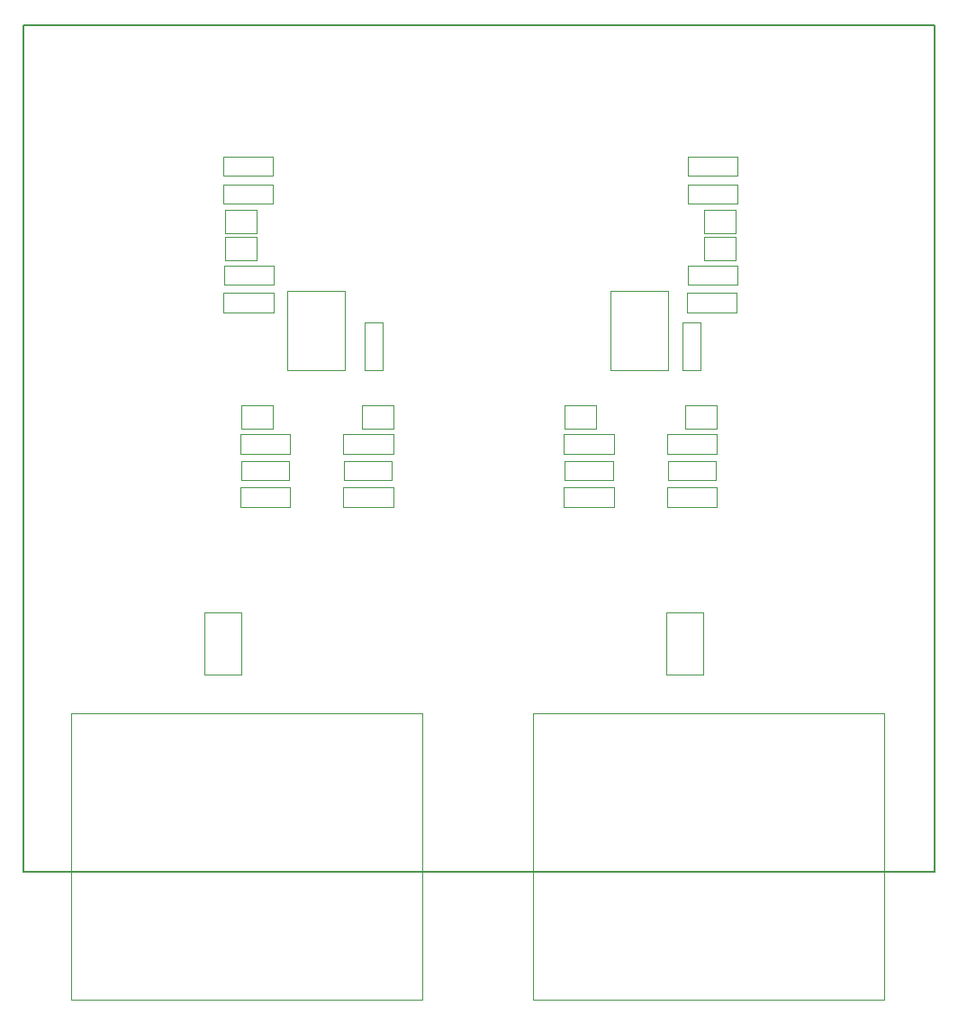
<source format=gbr>
G04 #@! TF.FileFunction,Other,User*
%FSLAX46Y46*%
G04 Gerber Fmt 4.6, Leading zero omitted, Abs format (unit mm)*
G04 Created by KiCad (PCBNEW 4.0.7-e2-6376~58~ubuntu16.04.1) date Tue Nov 20 12:23:16 2018*
%MOMM*%
%LPD*%
G01*
G04 APERTURE LIST*
%ADD10C,0.100000*%
%ADD11C,0.150000*%
%ADD12C,0.050000*%
G04 APERTURE END LIST*
D10*
D11*
X151500000Y-133950000D02*
X65800000Y-133950000D01*
X65800000Y-133950000D02*
X65800000Y-54395000D01*
X151500000Y-54395000D02*
X151500000Y-133950000D01*
X65800000Y-54395000D02*
X151500000Y-54395000D01*
D12*
X89300000Y-81350000D02*
X84600000Y-81350000D01*
X89300000Y-81350000D02*
X89300000Y-79550000D01*
X84600000Y-79550000D02*
X84600000Y-81350000D01*
X84600000Y-79550000D02*
X89300000Y-79550000D01*
X128250000Y-66750000D02*
X132950000Y-66750000D01*
X128250000Y-66750000D02*
X128250000Y-68550000D01*
X132950000Y-68550000D02*
X132950000Y-66750000D01*
X132950000Y-68550000D02*
X128250000Y-68550000D01*
X84650000Y-76950000D02*
X89350000Y-76950000D01*
X84650000Y-76950000D02*
X84650000Y-78750000D01*
X89350000Y-78750000D02*
X89350000Y-76950000D01*
X89350000Y-78750000D02*
X84650000Y-78750000D01*
X132950000Y-71150000D02*
X128250000Y-71150000D01*
X132950000Y-71150000D02*
X132950000Y-69350000D01*
X128250000Y-69350000D02*
X128250000Y-71150000D01*
X128250000Y-69350000D02*
X132950000Y-69350000D01*
X116700000Y-95370000D02*
X121200000Y-95370000D01*
X116700000Y-95370000D02*
X116700000Y-97120000D01*
X121200000Y-97120000D02*
X121200000Y-95370000D01*
X121200000Y-97120000D02*
X116700000Y-97120000D01*
X126400000Y-95370000D02*
X130900000Y-95370000D01*
X126400000Y-95370000D02*
X126400000Y-97120000D01*
X130900000Y-97120000D02*
X130900000Y-95370000D01*
X130900000Y-97120000D02*
X126400000Y-97120000D01*
X100450000Y-97130000D02*
X95950000Y-97130000D01*
X100450000Y-97130000D02*
X100450000Y-95380000D01*
X95950000Y-95380000D02*
X95950000Y-97130000D01*
X95950000Y-95380000D02*
X100450000Y-95380000D01*
X90750000Y-97130000D02*
X86250000Y-97130000D01*
X90750000Y-97130000D02*
X90750000Y-95380000D01*
X86250000Y-95380000D02*
X86250000Y-97130000D01*
X86250000Y-95380000D02*
X90750000Y-95380000D01*
X129480000Y-82300000D02*
X129480000Y-86800000D01*
X129480000Y-82300000D02*
X127730000Y-82300000D01*
X127730000Y-86800000D02*
X129480000Y-86800000D01*
X127730000Y-86800000D02*
X127730000Y-82300000D01*
X99580000Y-82300000D02*
X99580000Y-86800000D01*
X99580000Y-82300000D02*
X97830000Y-82300000D01*
X97830000Y-86800000D02*
X99580000Y-86800000D01*
X97830000Y-86800000D02*
X97830000Y-82300000D01*
X84750000Y-71750000D02*
X87700000Y-71750000D01*
X87700000Y-71750000D02*
X87700000Y-73950000D01*
X87700000Y-73950000D02*
X84750000Y-73950000D01*
X84750000Y-73950000D02*
X84750000Y-71750000D01*
X84750000Y-74250000D02*
X87700000Y-74250000D01*
X87700000Y-74250000D02*
X87700000Y-76450000D01*
X87700000Y-76450000D02*
X84750000Y-76450000D01*
X84750000Y-76450000D02*
X84750000Y-74250000D01*
X132710000Y-76450000D02*
X129760000Y-76450000D01*
X129760000Y-76450000D02*
X129760000Y-74250000D01*
X129760000Y-74250000D02*
X132710000Y-74250000D01*
X132710000Y-74250000D02*
X132710000Y-76450000D01*
X132710000Y-73950000D02*
X129760000Y-73950000D01*
X129760000Y-73950000D02*
X129760000Y-71750000D01*
X129760000Y-71750000D02*
X132710000Y-71750000D01*
X132710000Y-71750000D02*
X132710000Y-73950000D01*
X146720000Y-145960000D02*
X113710000Y-145960000D01*
X146720000Y-145960000D02*
X146720000Y-119040000D01*
X113710000Y-119040000D02*
X113710000Y-145960000D01*
X113710000Y-119040000D02*
X146720000Y-119040000D01*
X103260000Y-145960000D02*
X70250000Y-145960000D01*
X103260000Y-145960000D02*
X103260000Y-119040000D01*
X70250000Y-119040000D02*
X70250000Y-145960000D01*
X70250000Y-119040000D02*
X103260000Y-119040000D01*
X128050000Y-90150000D02*
X131000000Y-90150000D01*
X131000000Y-90150000D02*
X131000000Y-92350000D01*
X131000000Y-92350000D02*
X128050000Y-92350000D01*
X128050000Y-92350000D02*
X128050000Y-90150000D01*
X116650000Y-90150000D02*
X119600000Y-90150000D01*
X119600000Y-90150000D02*
X119600000Y-92350000D01*
X119600000Y-92350000D02*
X116650000Y-92350000D01*
X116650000Y-92350000D02*
X116650000Y-90150000D01*
X97650000Y-90150000D02*
X100600000Y-90150000D01*
X100600000Y-90150000D02*
X100600000Y-92350000D01*
X100600000Y-92350000D02*
X97650000Y-92350000D01*
X97650000Y-92350000D02*
X97650000Y-90150000D01*
X86250000Y-90150000D02*
X89200000Y-90150000D01*
X89200000Y-90150000D02*
X89200000Y-92350000D01*
X89200000Y-92350000D02*
X86250000Y-92350000D01*
X86250000Y-92350000D02*
X86250000Y-90150000D01*
X121300000Y-94650000D02*
X116600000Y-94650000D01*
X121300000Y-94650000D02*
X121300000Y-92850000D01*
X116600000Y-92850000D02*
X116600000Y-94650000D01*
X116600000Y-92850000D02*
X121300000Y-92850000D01*
X121300000Y-99650000D02*
X116600000Y-99650000D01*
X121300000Y-99650000D02*
X121300000Y-97850000D01*
X116600000Y-97850000D02*
X116600000Y-99650000D01*
X116600000Y-97850000D02*
X121300000Y-97850000D01*
X90850000Y-99650000D02*
X86150000Y-99650000D01*
X90850000Y-99650000D02*
X90850000Y-97850000D01*
X86150000Y-97850000D02*
X86150000Y-99650000D01*
X86150000Y-97850000D02*
X90850000Y-97850000D01*
X90850000Y-94650000D02*
X86150000Y-94650000D01*
X90850000Y-94650000D02*
X90850000Y-92850000D01*
X86150000Y-92850000D02*
X86150000Y-94650000D01*
X86150000Y-92850000D02*
X90850000Y-92850000D01*
X131000000Y-94650000D02*
X126300000Y-94650000D01*
X131000000Y-94650000D02*
X131000000Y-92850000D01*
X126300000Y-92850000D02*
X126300000Y-94650000D01*
X126300000Y-92850000D02*
X131000000Y-92850000D01*
X131000000Y-99650000D02*
X126300000Y-99650000D01*
X131000000Y-99650000D02*
X131000000Y-97850000D01*
X126300000Y-97850000D02*
X126300000Y-99650000D01*
X126300000Y-97850000D02*
X131000000Y-97850000D01*
X100550000Y-99650000D02*
X95850000Y-99650000D01*
X100550000Y-99650000D02*
X100550000Y-97850000D01*
X95850000Y-97850000D02*
X95850000Y-99650000D01*
X95850000Y-97850000D02*
X100550000Y-97850000D01*
X100550000Y-94650000D02*
X95850000Y-94650000D01*
X100550000Y-94650000D02*
X100550000Y-92850000D01*
X95850000Y-92850000D02*
X95850000Y-94650000D01*
X95850000Y-92850000D02*
X100550000Y-92850000D01*
X126400000Y-79320000D02*
X121000000Y-79320000D01*
X126400000Y-86780000D02*
X121000000Y-86780000D01*
X126400000Y-79320000D02*
X126400000Y-86780000D01*
X121000000Y-79320000D02*
X121000000Y-86780000D01*
X96000000Y-79320000D02*
X90600000Y-79320000D01*
X96000000Y-86780000D02*
X90600000Y-86780000D01*
X96000000Y-79320000D02*
X96000000Y-86780000D01*
X90600000Y-79320000D02*
X90600000Y-86780000D01*
X132950000Y-78750000D02*
X128250000Y-78750000D01*
X132950000Y-78750000D02*
X132950000Y-76950000D01*
X128250000Y-76950000D02*
X128250000Y-78750000D01*
X128250000Y-76950000D02*
X132950000Y-76950000D01*
X84550000Y-69350000D02*
X89250000Y-69350000D01*
X84550000Y-69350000D02*
X84550000Y-71150000D01*
X89250000Y-71150000D02*
X89250000Y-69350000D01*
X89250000Y-71150000D02*
X84550000Y-71150000D01*
X128150000Y-79550000D02*
X132850000Y-79550000D01*
X128150000Y-79550000D02*
X128150000Y-81350000D01*
X132850000Y-81350000D02*
X132850000Y-79550000D01*
X132850000Y-81350000D02*
X128150000Y-81350000D01*
X89250000Y-68550000D02*
X84550000Y-68550000D01*
X89250000Y-68550000D02*
X89250000Y-66750000D01*
X84550000Y-66750000D02*
X84550000Y-68550000D01*
X84550000Y-66750000D02*
X89250000Y-66750000D01*
X126260000Y-115450000D02*
X126260000Y-109550000D01*
X126260000Y-109550000D02*
X129740000Y-109550000D01*
X129740000Y-109550000D02*
X129740000Y-115450000D01*
X129740000Y-115450000D02*
X126260000Y-115450000D01*
X82760000Y-115450000D02*
X82760000Y-109550000D01*
X82760000Y-109550000D02*
X86240000Y-109550000D01*
X86240000Y-109550000D02*
X86240000Y-115450000D01*
X86240000Y-115450000D02*
X82760000Y-115450000D01*
M02*

</source>
